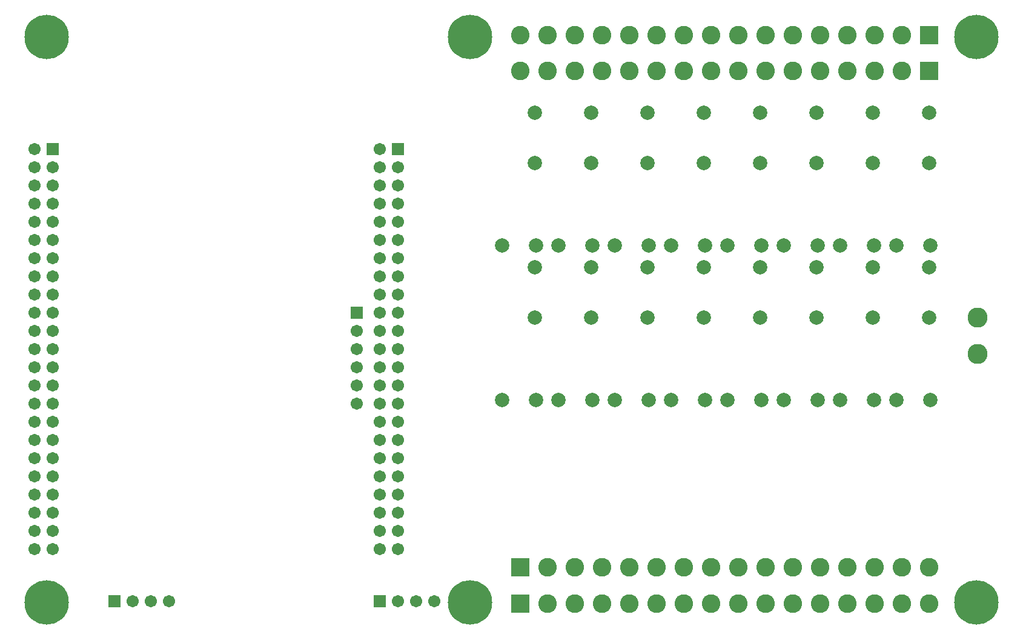
<source format=gbs>
G04*
G04 #@! TF.GenerationSoftware,Altium Limited,Altium Designer,23.5.1 (21)*
G04*
G04 Layer_Color=16711935*
%FSLAX44Y44*%
%MOMM*%
G71*
G04*
G04 #@! TF.SameCoordinates,8DBBECA3-F22B-4787-8F39-2E3879C6619A*
G04*
G04*
G04 #@! TF.FilePolarity,Negative*
G04*
G01*
G75*
%ADD27C,1.7032*%
%ADD28R,1.7032X1.7032*%
%ADD29C,2.0032*%
%ADD30C,2.8032*%
%ADD31C,6.2032*%
%ADD32R,2.6032X2.6032*%
%ADD33C,2.6032*%
%ADD34R,1.7032X1.7032*%
D27*
X48260Y596900D02*
D03*
X22860D02*
D03*
X530860Y469900D02*
D03*
X505460D02*
D03*
X581660Y42000D02*
D03*
X556260D02*
D03*
X530860D02*
D03*
X210770D02*
D03*
X185370D02*
D03*
X159970D02*
D03*
X48260Y292100D02*
D03*
X22860D02*
D03*
X530860Y419100D02*
D03*
X505460D02*
D03*
X530860Y342900D02*
D03*
Y546100D02*
D03*
X505460D02*
D03*
X48260Y215900D02*
D03*
X505460Y114300D02*
D03*
X530860D02*
D03*
X505460Y139700D02*
D03*
X530860D02*
D03*
X505460Y165100D02*
D03*
X530860D02*
D03*
X505460Y190500D02*
D03*
X530860D02*
D03*
X505460Y215900D02*
D03*
X530860D02*
D03*
X505460Y241300D02*
D03*
X530860D02*
D03*
X505460Y266700D02*
D03*
X530860D02*
D03*
X505460Y292100D02*
D03*
X530860D02*
D03*
X505460Y317500D02*
D03*
X530860D02*
D03*
X505460Y342900D02*
D03*
Y368300D02*
D03*
X530860D02*
D03*
X505460Y393700D02*
D03*
X530860D02*
D03*
X505460Y444500D02*
D03*
X530860D02*
D03*
X505460Y495300D02*
D03*
X530860D02*
D03*
X505460Y520700D02*
D03*
X530860D02*
D03*
X505460Y571500D02*
D03*
X530860D02*
D03*
X505460Y596900D02*
D03*
X530860D02*
D03*
X505460Y622300D02*
D03*
X530860D02*
D03*
X505460Y647700D02*
D03*
X530860D02*
D03*
X505460Y673100D02*
D03*
X22860D02*
D03*
X48260Y647700D02*
D03*
X22860D02*
D03*
X48260Y622300D02*
D03*
X22860D02*
D03*
X48260Y571500D02*
D03*
X22860D02*
D03*
X48260Y546100D02*
D03*
X22860D02*
D03*
X48260Y520700D02*
D03*
X22860D02*
D03*
X48260Y495300D02*
D03*
X22860D02*
D03*
X48260Y469900D02*
D03*
X22860D02*
D03*
X48260Y444500D02*
D03*
X22860D02*
D03*
X48260Y419100D02*
D03*
X22860D02*
D03*
X48260Y393700D02*
D03*
X22860D02*
D03*
X48260Y368300D02*
D03*
X22860D02*
D03*
X48260Y342900D02*
D03*
X22860D02*
D03*
X48260Y317500D02*
D03*
X22860D02*
D03*
X48260Y266700D02*
D03*
X22860D02*
D03*
X48260Y241300D02*
D03*
X22860D02*
D03*
Y215900D02*
D03*
X48260Y190500D02*
D03*
X22860D02*
D03*
X48260Y165100D02*
D03*
X22860D02*
D03*
X48260Y139700D02*
D03*
X22860D02*
D03*
X48260Y114300D02*
D03*
X22860D02*
D03*
X473710Y419100D02*
D03*
Y393700D02*
D03*
Y368300D02*
D03*
Y342900D02*
D03*
Y317500D02*
D03*
D28*
X505460Y42000D02*
D03*
X134570D02*
D03*
D29*
X992090Y538900D02*
D03*
X1039090D02*
D03*
X1037590Y653900D02*
D03*
Y723900D02*
D03*
X1228310Y538900D02*
D03*
X1275310D02*
D03*
X1273810Y653900D02*
D03*
Y723900D02*
D03*
X1070830Y323000D02*
D03*
X1117830D02*
D03*
X1116330Y438000D02*
D03*
Y508000D02*
D03*
X1149570Y538900D02*
D03*
X1196570D02*
D03*
X1195070Y653900D02*
D03*
Y723900D02*
D03*
X1228310Y323000D02*
D03*
X1275310D02*
D03*
X1273810Y438000D02*
D03*
Y508000D02*
D03*
X1149570Y323000D02*
D03*
X1196570D02*
D03*
X1195070Y438000D02*
D03*
Y508000D02*
D03*
X677130Y323000D02*
D03*
X724130D02*
D03*
X722630Y438000D02*
D03*
Y508000D02*
D03*
X913350Y538900D02*
D03*
X960350D02*
D03*
X958850Y653900D02*
D03*
Y723900D02*
D03*
X834610Y538900D02*
D03*
X881610D02*
D03*
X880110Y653900D02*
D03*
Y723900D02*
D03*
X755870Y323000D02*
D03*
X802870D02*
D03*
X801370Y438000D02*
D03*
Y508000D02*
D03*
X755870Y538900D02*
D03*
X802870D02*
D03*
X801370Y653900D02*
D03*
Y723900D02*
D03*
X677130Y538900D02*
D03*
X724130D02*
D03*
X722630Y653900D02*
D03*
Y723900D02*
D03*
X992090Y323000D02*
D03*
X1039090D02*
D03*
X1037590Y438000D02*
D03*
Y508000D02*
D03*
X834610Y323000D02*
D03*
X881610D02*
D03*
X880110Y438000D02*
D03*
Y508000D02*
D03*
X913350Y323000D02*
D03*
X960350D02*
D03*
X958850Y438000D02*
D03*
Y508000D02*
D03*
X1070830Y538900D02*
D03*
X1117830D02*
D03*
X1116330Y653900D02*
D03*
Y723900D02*
D03*
D30*
X1341120Y438150D02*
D03*
Y387350D02*
D03*
D31*
X631910Y830000D02*
D03*
Y40000D02*
D03*
X1340000Y830000D02*
D03*
X40000Y40000D02*
D03*
X1340000D02*
D03*
X40000Y830000D02*
D03*
D32*
X702310Y38900D02*
D03*
Y88900D02*
D03*
X1273810Y832320D02*
D03*
Y782320D02*
D03*
D33*
X740410Y38900D02*
D03*
X778510D02*
D03*
X816610D02*
D03*
X854710D02*
D03*
X892810D02*
D03*
X930910D02*
D03*
X969010D02*
D03*
X1007110D02*
D03*
X1045210D02*
D03*
X1083310D02*
D03*
X1121410D02*
D03*
X1159510D02*
D03*
X1197610D02*
D03*
X1235710D02*
D03*
X1273810D02*
D03*
X740410Y88900D02*
D03*
X778510D02*
D03*
X816610D02*
D03*
X854710D02*
D03*
X892810D02*
D03*
X930910D02*
D03*
X969010D02*
D03*
X1007110D02*
D03*
X1045210D02*
D03*
X1083310D02*
D03*
X1121410D02*
D03*
X1159510D02*
D03*
X1197610D02*
D03*
X1235710D02*
D03*
X1273810D02*
D03*
X1235710Y832320D02*
D03*
X1197610D02*
D03*
X1159510D02*
D03*
X1121410D02*
D03*
X1083310D02*
D03*
X1045210D02*
D03*
X1007110D02*
D03*
X969010D02*
D03*
X930910D02*
D03*
X892810D02*
D03*
X854710D02*
D03*
X816610D02*
D03*
X778510D02*
D03*
X740410D02*
D03*
X702310D02*
D03*
X1235710Y782320D02*
D03*
X1197610D02*
D03*
X1159510D02*
D03*
X1121410D02*
D03*
X1083310D02*
D03*
X1045210D02*
D03*
X1007110D02*
D03*
X969010D02*
D03*
X930910D02*
D03*
X892810D02*
D03*
X854710D02*
D03*
X816610D02*
D03*
X778510D02*
D03*
X740410D02*
D03*
X702310D02*
D03*
D34*
X530860Y673100D02*
D03*
X48260D02*
D03*
X473710Y444500D02*
D03*
M02*

</source>
